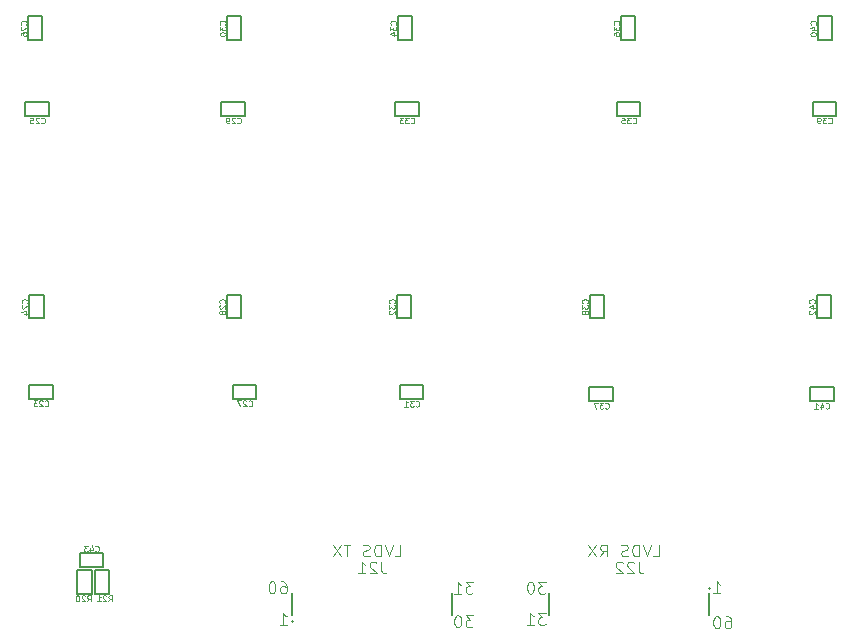
<source format=gbr>
%TF.GenerationSoftware,KiCad,Pcbnew,8.0.3*%
%TF.CreationDate,2024-12-24T16:57:12+05:30*%
%TF.ProjectId,GPIO HAT 2,4750494f-2048-4415-9420-322e6b696361,rev?*%
%TF.SameCoordinates,Original*%
%TF.FileFunction,Legend,Bot*%
%TF.FilePolarity,Positive*%
%FSLAX46Y46*%
G04 Gerber Fmt 4.6, Leading zero omitted, Abs format (unit mm)*
G04 Created by KiCad (PCBNEW 8.0.3) date 2024-12-24 16:57:12*
%MOMM*%
%LPD*%
G01*
G04 APERTURE LIST*
%ADD10C,0.100000*%
%ADD11C,0.050000*%
%ADD12C,0.200000*%
%ADD13C,0.250000*%
G04 APERTURE END LIST*
D10*
X201518153Y-135295819D02*
X200899106Y-135295819D01*
X200899106Y-135295819D02*
X201232439Y-135676771D01*
X201232439Y-135676771D02*
X201089582Y-135676771D01*
X201089582Y-135676771D02*
X200994344Y-135724390D01*
X200994344Y-135724390D02*
X200946725Y-135772009D01*
X200946725Y-135772009D02*
X200899106Y-135867247D01*
X200899106Y-135867247D02*
X200899106Y-136105342D01*
X200899106Y-136105342D02*
X200946725Y-136200580D01*
X200946725Y-136200580D02*
X200994344Y-136248200D01*
X200994344Y-136248200D02*
X201089582Y-136295819D01*
X201089582Y-136295819D02*
X201375296Y-136295819D01*
X201375296Y-136295819D02*
X201470534Y-136248200D01*
X201470534Y-136248200D02*
X201518153Y-136200580D01*
X200280058Y-135295819D02*
X200184820Y-135295819D01*
X200184820Y-135295819D02*
X200089582Y-135343438D01*
X200089582Y-135343438D02*
X200041963Y-135391057D01*
X200041963Y-135391057D02*
X199994344Y-135486295D01*
X199994344Y-135486295D02*
X199946725Y-135676771D01*
X199946725Y-135676771D02*
X199946725Y-135914866D01*
X199946725Y-135914866D02*
X199994344Y-136105342D01*
X199994344Y-136105342D02*
X200041963Y-136200580D01*
X200041963Y-136200580D02*
X200089582Y-136248200D01*
X200089582Y-136248200D02*
X200184820Y-136295819D01*
X200184820Y-136295819D02*
X200280058Y-136295819D01*
X200280058Y-136295819D02*
X200375296Y-136248200D01*
X200375296Y-136248200D02*
X200422915Y-136200580D01*
X200422915Y-136200580D02*
X200470534Y-136105342D01*
X200470534Y-136105342D02*
X200518153Y-135914866D01*
X200518153Y-135914866D02*
X200518153Y-135676771D01*
X200518153Y-135676771D02*
X200470534Y-135486295D01*
X200470534Y-135486295D02*
X200422915Y-135391057D01*
X200422915Y-135391057D02*
X200375296Y-135343438D01*
X200375296Y-135343438D02*
X200280058Y-135295819D01*
X207664953Y-135092619D02*
X207045906Y-135092619D01*
X207045906Y-135092619D02*
X207379239Y-135473571D01*
X207379239Y-135473571D02*
X207236382Y-135473571D01*
X207236382Y-135473571D02*
X207141144Y-135521190D01*
X207141144Y-135521190D02*
X207093525Y-135568809D01*
X207093525Y-135568809D02*
X207045906Y-135664047D01*
X207045906Y-135664047D02*
X207045906Y-135902142D01*
X207045906Y-135902142D02*
X207093525Y-135997380D01*
X207093525Y-135997380D02*
X207141144Y-136045000D01*
X207141144Y-136045000D02*
X207236382Y-136092619D01*
X207236382Y-136092619D02*
X207522096Y-136092619D01*
X207522096Y-136092619D02*
X207617334Y-136045000D01*
X207617334Y-136045000D02*
X207664953Y-135997380D01*
X206093525Y-136092619D02*
X206664953Y-136092619D01*
X206379239Y-136092619D02*
X206379239Y-135092619D01*
X206379239Y-135092619D02*
X206474477Y-135235476D01*
X206474477Y-135235476D02*
X206569715Y-135330714D01*
X206569715Y-135330714D02*
X206664953Y-135378333D01*
X222927125Y-135372019D02*
X223117601Y-135372019D01*
X223117601Y-135372019D02*
X223212839Y-135419638D01*
X223212839Y-135419638D02*
X223260458Y-135467257D01*
X223260458Y-135467257D02*
X223355696Y-135610114D01*
X223355696Y-135610114D02*
X223403315Y-135800590D01*
X223403315Y-135800590D02*
X223403315Y-136181542D01*
X223403315Y-136181542D02*
X223355696Y-136276780D01*
X223355696Y-136276780D02*
X223308077Y-136324400D01*
X223308077Y-136324400D02*
X223212839Y-136372019D01*
X223212839Y-136372019D02*
X223022363Y-136372019D01*
X223022363Y-136372019D02*
X222927125Y-136324400D01*
X222927125Y-136324400D02*
X222879506Y-136276780D01*
X222879506Y-136276780D02*
X222831887Y-136181542D01*
X222831887Y-136181542D02*
X222831887Y-135943447D01*
X222831887Y-135943447D02*
X222879506Y-135848209D01*
X222879506Y-135848209D02*
X222927125Y-135800590D01*
X222927125Y-135800590D02*
X223022363Y-135752971D01*
X223022363Y-135752971D02*
X223212839Y-135752971D01*
X223212839Y-135752971D02*
X223308077Y-135800590D01*
X223308077Y-135800590D02*
X223355696Y-135848209D01*
X223355696Y-135848209D02*
X223403315Y-135943447D01*
X222212839Y-135372019D02*
X222117601Y-135372019D01*
X222117601Y-135372019D02*
X222022363Y-135419638D01*
X222022363Y-135419638D02*
X221974744Y-135467257D01*
X221974744Y-135467257D02*
X221927125Y-135562495D01*
X221927125Y-135562495D02*
X221879506Y-135752971D01*
X221879506Y-135752971D02*
X221879506Y-135991066D01*
X221879506Y-135991066D02*
X221927125Y-136181542D01*
X221927125Y-136181542D02*
X221974744Y-136276780D01*
X221974744Y-136276780D02*
X222022363Y-136324400D01*
X222022363Y-136324400D02*
X222117601Y-136372019D01*
X222117601Y-136372019D02*
X222212839Y-136372019D01*
X222212839Y-136372019D02*
X222308077Y-136324400D01*
X222308077Y-136324400D02*
X222355696Y-136276780D01*
X222355696Y-136276780D02*
X222403315Y-136181542D01*
X222403315Y-136181542D02*
X222450934Y-135991066D01*
X222450934Y-135991066D02*
X222450934Y-135752971D01*
X222450934Y-135752971D02*
X222403315Y-135562495D01*
X222403315Y-135562495D02*
X222355696Y-135467257D01*
X222355696Y-135467257D02*
X222308077Y-135419638D01*
X222308077Y-135419638D02*
X222212839Y-135372019D01*
X207664953Y-132451019D02*
X207045906Y-132451019D01*
X207045906Y-132451019D02*
X207379239Y-132831971D01*
X207379239Y-132831971D02*
X207236382Y-132831971D01*
X207236382Y-132831971D02*
X207141144Y-132879590D01*
X207141144Y-132879590D02*
X207093525Y-132927209D01*
X207093525Y-132927209D02*
X207045906Y-133022447D01*
X207045906Y-133022447D02*
X207045906Y-133260542D01*
X207045906Y-133260542D02*
X207093525Y-133355780D01*
X207093525Y-133355780D02*
X207141144Y-133403400D01*
X207141144Y-133403400D02*
X207236382Y-133451019D01*
X207236382Y-133451019D02*
X207522096Y-133451019D01*
X207522096Y-133451019D02*
X207617334Y-133403400D01*
X207617334Y-133403400D02*
X207664953Y-133355780D01*
X206426858Y-132451019D02*
X206331620Y-132451019D01*
X206331620Y-132451019D02*
X206236382Y-132498638D01*
X206236382Y-132498638D02*
X206188763Y-132546257D01*
X206188763Y-132546257D02*
X206141144Y-132641495D01*
X206141144Y-132641495D02*
X206093525Y-132831971D01*
X206093525Y-132831971D02*
X206093525Y-133070066D01*
X206093525Y-133070066D02*
X206141144Y-133260542D01*
X206141144Y-133260542D02*
X206188763Y-133355780D01*
X206188763Y-133355780D02*
X206236382Y-133403400D01*
X206236382Y-133403400D02*
X206331620Y-133451019D01*
X206331620Y-133451019D02*
X206426858Y-133451019D01*
X206426858Y-133451019D02*
X206522096Y-133403400D01*
X206522096Y-133403400D02*
X206569715Y-133355780D01*
X206569715Y-133355780D02*
X206617334Y-133260542D01*
X206617334Y-133260542D02*
X206664953Y-133070066D01*
X206664953Y-133070066D02*
X206664953Y-132831971D01*
X206664953Y-132831971D02*
X206617334Y-132641495D01*
X206617334Y-132641495D02*
X206569715Y-132546257D01*
X206569715Y-132546257D02*
X206522096Y-132498638D01*
X206522096Y-132498638D02*
X206426858Y-132451019D01*
X221879506Y-133425619D02*
X222450934Y-133425619D01*
X222165220Y-133425619D02*
X222165220Y-132425619D01*
X222165220Y-132425619D02*
X222260458Y-132568476D01*
X222260458Y-132568476D02*
X222355696Y-132663714D01*
X222355696Y-132663714D02*
X222450934Y-132711333D01*
X185271744Y-132425619D02*
X185462220Y-132425619D01*
X185462220Y-132425619D02*
X185557458Y-132473238D01*
X185557458Y-132473238D02*
X185605077Y-132520857D01*
X185605077Y-132520857D02*
X185700315Y-132663714D01*
X185700315Y-132663714D02*
X185747934Y-132854190D01*
X185747934Y-132854190D02*
X185747934Y-133235142D01*
X185747934Y-133235142D02*
X185700315Y-133330380D01*
X185700315Y-133330380D02*
X185652696Y-133378000D01*
X185652696Y-133378000D02*
X185557458Y-133425619D01*
X185557458Y-133425619D02*
X185366982Y-133425619D01*
X185366982Y-133425619D02*
X185271744Y-133378000D01*
X185271744Y-133378000D02*
X185224125Y-133330380D01*
X185224125Y-133330380D02*
X185176506Y-133235142D01*
X185176506Y-133235142D02*
X185176506Y-132997047D01*
X185176506Y-132997047D02*
X185224125Y-132901809D01*
X185224125Y-132901809D02*
X185271744Y-132854190D01*
X185271744Y-132854190D02*
X185366982Y-132806571D01*
X185366982Y-132806571D02*
X185557458Y-132806571D01*
X185557458Y-132806571D02*
X185652696Y-132854190D01*
X185652696Y-132854190D02*
X185700315Y-132901809D01*
X185700315Y-132901809D02*
X185747934Y-132997047D01*
X184557458Y-132425619D02*
X184462220Y-132425619D01*
X184462220Y-132425619D02*
X184366982Y-132473238D01*
X184366982Y-132473238D02*
X184319363Y-132520857D01*
X184319363Y-132520857D02*
X184271744Y-132616095D01*
X184271744Y-132616095D02*
X184224125Y-132806571D01*
X184224125Y-132806571D02*
X184224125Y-133044666D01*
X184224125Y-133044666D02*
X184271744Y-133235142D01*
X184271744Y-133235142D02*
X184319363Y-133330380D01*
X184319363Y-133330380D02*
X184366982Y-133378000D01*
X184366982Y-133378000D02*
X184462220Y-133425619D01*
X184462220Y-133425619D02*
X184557458Y-133425619D01*
X184557458Y-133425619D02*
X184652696Y-133378000D01*
X184652696Y-133378000D02*
X184700315Y-133330380D01*
X184700315Y-133330380D02*
X184747934Y-133235142D01*
X184747934Y-133235142D02*
X184795553Y-133044666D01*
X184795553Y-133044666D02*
X184795553Y-132806571D01*
X184795553Y-132806571D02*
X184747934Y-132616095D01*
X184747934Y-132616095D02*
X184700315Y-132520857D01*
X184700315Y-132520857D02*
X184652696Y-132473238D01*
X184652696Y-132473238D02*
X184557458Y-132425619D01*
X201518153Y-132451019D02*
X200899106Y-132451019D01*
X200899106Y-132451019D02*
X201232439Y-132831971D01*
X201232439Y-132831971D02*
X201089582Y-132831971D01*
X201089582Y-132831971D02*
X200994344Y-132879590D01*
X200994344Y-132879590D02*
X200946725Y-132927209D01*
X200946725Y-132927209D02*
X200899106Y-133022447D01*
X200899106Y-133022447D02*
X200899106Y-133260542D01*
X200899106Y-133260542D02*
X200946725Y-133355780D01*
X200946725Y-133355780D02*
X200994344Y-133403400D01*
X200994344Y-133403400D02*
X201089582Y-133451019D01*
X201089582Y-133451019D02*
X201375296Y-133451019D01*
X201375296Y-133451019D02*
X201470534Y-133403400D01*
X201470534Y-133403400D02*
X201518153Y-133355780D01*
X199946725Y-133451019D02*
X200518153Y-133451019D01*
X200232439Y-133451019D02*
X200232439Y-132451019D01*
X200232439Y-132451019D02*
X200327677Y-132593876D01*
X200327677Y-132593876D02*
X200422915Y-132689114D01*
X200422915Y-132689114D02*
X200518153Y-132736733D01*
X194901525Y-130301419D02*
X195377715Y-130301419D01*
X195377715Y-130301419D02*
X195377715Y-129301419D01*
X194711048Y-129301419D02*
X194377715Y-130301419D01*
X194377715Y-130301419D02*
X194044382Y-129301419D01*
X193711048Y-130301419D02*
X193711048Y-129301419D01*
X193711048Y-129301419D02*
X193472953Y-129301419D01*
X193472953Y-129301419D02*
X193330096Y-129349038D01*
X193330096Y-129349038D02*
X193234858Y-129444276D01*
X193234858Y-129444276D02*
X193187239Y-129539514D01*
X193187239Y-129539514D02*
X193139620Y-129729990D01*
X193139620Y-129729990D02*
X193139620Y-129872847D01*
X193139620Y-129872847D02*
X193187239Y-130063323D01*
X193187239Y-130063323D02*
X193234858Y-130158561D01*
X193234858Y-130158561D02*
X193330096Y-130253800D01*
X193330096Y-130253800D02*
X193472953Y-130301419D01*
X193472953Y-130301419D02*
X193711048Y-130301419D01*
X192758667Y-130253800D02*
X192615810Y-130301419D01*
X192615810Y-130301419D02*
X192377715Y-130301419D01*
X192377715Y-130301419D02*
X192282477Y-130253800D01*
X192282477Y-130253800D02*
X192234858Y-130206180D01*
X192234858Y-130206180D02*
X192187239Y-130110942D01*
X192187239Y-130110942D02*
X192187239Y-130015704D01*
X192187239Y-130015704D02*
X192234858Y-129920466D01*
X192234858Y-129920466D02*
X192282477Y-129872847D01*
X192282477Y-129872847D02*
X192377715Y-129825228D01*
X192377715Y-129825228D02*
X192568191Y-129777609D01*
X192568191Y-129777609D02*
X192663429Y-129729990D01*
X192663429Y-129729990D02*
X192711048Y-129682371D01*
X192711048Y-129682371D02*
X192758667Y-129587133D01*
X192758667Y-129587133D02*
X192758667Y-129491895D01*
X192758667Y-129491895D02*
X192711048Y-129396657D01*
X192711048Y-129396657D02*
X192663429Y-129349038D01*
X192663429Y-129349038D02*
X192568191Y-129301419D01*
X192568191Y-129301419D02*
X192330096Y-129301419D01*
X192330096Y-129301419D02*
X192187239Y-129349038D01*
X191139619Y-129301419D02*
X190568191Y-129301419D01*
X190853905Y-130301419D02*
X190853905Y-129301419D01*
X190330095Y-129301419D02*
X189663429Y-130301419D01*
X189663429Y-129301419D02*
X190330095Y-130301419D01*
X185176506Y-136092619D02*
X185747934Y-136092619D01*
X185462220Y-136092619D02*
X185462220Y-135092619D01*
X185462220Y-135092619D02*
X185557458Y-135235476D01*
X185557458Y-135235476D02*
X185652696Y-135330714D01*
X185652696Y-135330714D02*
X185747934Y-135378333D01*
X216770925Y-130301419D02*
X217247115Y-130301419D01*
X217247115Y-130301419D02*
X217247115Y-129301419D01*
X216580448Y-129301419D02*
X216247115Y-130301419D01*
X216247115Y-130301419D02*
X215913782Y-129301419D01*
X215580448Y-130301419D02*
X215580448Y-129301419D01*
X215580448Y-129301419D02*
X215342353Y-129301419D01*
X215342353Y-129301419D02*
X215199496Y-129349038D01*
X215199496Y-129349038D02*
X215104258Y-129444276D01*
X215104258Y-129444276D02*
X215056639Y-129539514D01*
X215056639Y-129539514D02*
X215009020Y-129729990D01*
X215009020Y-129729990D02*
X215009020Y-129872847D01*
X215009020Y-129872847D02*
X215056639Y-130063323D01*
X215056639Y-130063323D02*
X215104258Y-130158561D01*
X215104258Y-130158561D02*
X215199496Y-130253800D01*
X215199496Y-130253800D02*
X215342353Y-130301419D01*
X215342353Y-130301419D02*
X215580448Y-130301419D01*
X214628067Y-130253800D02*
X214485210Y-130301419D01*
X214485210Y-130301419D02*
X214247115Y-130301419D01*
X214247115Y-130301419D02*
X214151877Y-130253800D01*
X214151877Y-130253800D02*
X214104258Y-130206180D01*
X214104258Y-130206180D02*
X214056639Y-130110942D01*
X214056639Y-130110942D02*
X214056639Y-130015704D01*
X214056639Y-130015704D02*
X214104258Y-129920466D01*
X214104258Y-129920466D02*
X214151877Y-129872847D01*
X214151877Y-129872847D02*
X214247115Y-129825228D01*
X214247115Y-129825228D02*
X214437591Y-129777609D01*
X214437591Y-129777609D02*
X214532829Y-129729990D01*
X214532829Y-129729990D02*
X214580448Y-129682371D01*
X214580448Y-129682371D02*
X214628067Y-129587133D01*
X214628067Y-129587133D02*
X214628067Y-129491895D01*
X214628067Y-129491895D02*
X214580448Y-129396657D01*
X214580448Y-129396657D02*
X214532829Y-129349038D01*
X214532829Y-129349038D02*
X214437591Y-129301419D01*
X214437591Y-129301419D02*
X214199496Y-129301419D01*
X214199496Y-129301419D02*
X214056639Y-129349038D01*
X212294734Y-130301419D02*
X212628067Y-129825228D01*
X212866162Y-130301419D02*
X212866162Y-129301419D01*
X212866162Y-129301419D02*
X212485210Y-129301419D01*
X212485210Y-129301419D02*
X212389972Y-129349038D01*
X212389972Y-129349038D02*
X212342353Y-129396657D01*
X212342353Y-129396657D02*
X212294734Y-129491895D01*
X212294734Y-129491895D02*
X212294734Y-129634752D01*
X212294734Y-129634752D02*
X212342353Y-129729990D01*
X212342353Y-129729990D02*
X212389972Y-129777609D01*
X212389972Y-129777609D02*
X212485210Y-129825228D01*
X212485210Y-129825228D02*
X212866162Y-129825228D01*
X211961400Y-129301419D02*
X211294734Y-130301419D01*
X211294734Y-129301419D02*
X211961400Y-130301419D01*
D11*
X231613828Y-93602290D02*
X231637637Y-93626100D01*
X231637637Y-93626100D02*
X231709066Y-93649909D01*
X231709066Y-93649909D02*
X231756685Y-93649909D01*
X231756685Y-93649909D02*
X231828113Y-93626100D01*
X231828113Y-93626100D02*
X231875732Y-93578480D01*
X231875732Y-93578480D02*
X231899542Y-93530861D01*
X231899542Y-93530861D02*
X231923351Y-93435623D01*
X231923351Y-93435623D02*
X231923351Y-93364195D01*
X231923351Y-93364195D02*
X231899542Y-93268957D01*
X231899542Y-93268957D02*
X231875732Y-93221338D01*
X231875732Y-93221338D02*
X231828113Y-93173719D01*
X231828113Y-93173719D02*
X231756685Y-93149909D01*
X231756685Y-93149909D02*
X231709066Y-93149909D01*
X231709066Y-93149909D02*
X231637637Y-93173719D01*
X231637637Y-93173719D02*
X231613828Y-93197528D01*
X231447161Y-93149909D02*
X231137637Y-93149909D01*
X231137637Y-93149909D02*
X231304304Y-93340385D01*
X231304304Y-93340385D02*
X231232875Y-93340385D01*
X231232875Y-93340385D02*
X231185256Y-93364195D01*
X231185256Y-93364195D02*
X231161447Y-93388004D01*
X231161447Y-93388004D02*
X231137637Y-93435623D01*
X231137637Y-93435623D02*
X231137637Y-93554671D01*
X231137637Y-93554671D02*
X231161447Y-93602290D01*
X231161447Y-93602290D02*
X231185256Y-93626100D01*
X231185256Y-93626100D02*
X231232875Y-93649909D01*
X231232875Y-93649909D02*
X231375732Y-93649909D01*
X231375732Y-93649909D02*
X231423351Y-93626100D01*
X231423351Y-93626100D02*
X231447161Y-93602290D01*
X230899542Y-93649909D02*
X230804304Y-93649909D01*
X230804304Y-93649909D02*
X230756685Y-93626100D01*
X230756685Y-93626100D02*
X230732876Y-93602290D01*
X230732876Y-93602290D02*
X230685257Y-93530861D01*
X230685257Y-93530861D02*
X230661447Y-93435623D01*
X230661447Y-93435623D02*
X230661447Y-93245147D01*
X230661447Y-93245147D02*
X230685257Y-93197528D01*
X230685257Y-93197528D02*
X230709066Y-93173719D01*
X230709066Y-93173719D02*
X230756685Y-93149909D01*
X230756685Y-93149909D02*
X230851923Y-93149909D01*
X230851923Y-93149909D02*
X230899542Y-93173719D01*
X230899542Y-93173719D02*
X230923352Y-93197528D01*
X230923352Y-93197528D02*
X230947161Y-93245147D01*
X230947161Y-93245147D02*
X230947161Y-93364195D01*
X230947161Y-93364195D02*
X230923352Y-93411814D01*
X230923352Y-93411814D02*
X230899542Y-93435623D01*
X230899542Y-93435623D02*
X230851923Y-93459433D01*
X230851923Y-93459433D02*
X230756685Y-93459433D01*
X230756685Y-93459433D02*
X230709066Y-93435623D01*
X230709066Y-93435623D02*
X230685257Y-93411814D01*
X230685257Y-93411814D02*
X230661447Y-93364195D01*
X196663428Y-117579890D02*
X196687237Y-117603700D01*
X196687237Y-117603700D02*
X196758666Y-117627509D01*
X196758666Y-117627509D02*
X196806285Y-117627509D01*
X196806285Y-117627509D02*
X196877713Y-117603700D01*
X196877713Y-117603700D02*
X196925332Y-117556080D01*
X196925332Y-117556080D02*
X196949142Y-117508461D01*
X196949142Y-117508461D02*
X196972951Y-117413223D01*
X196972951Y-117413223D02*
X196972951Y-117341795D01*
X196972951Y-117341795D02*
X196949142Y-117246557D01*
X196949142Y-117246557D02*
X196925332Y-117198938D01*
X196925332Y-117198938D02*
X196877713Y-117151319D01*
X196877713Y-117151319D02*
X196806285Y-117127509D01*
X196806285Y-117127509D02*
X196758666Y-117127509D01*
X196758666Y-117127509D02*
X196687237Y-117151319D01*
X196687237Y-117151319D02*
X196663428Y-117175128D01*
X196496761Y-117127509D02*
X196187237Y-117127509D01*
X196187237Y-117127509D02*
X196353904Y-117317985D01*
X196353904Y-117317985D02*
X196282475Y-117317985D01*
X196282475Y-117317985D02*
X196234856Y-117341795D01*
X196234856Y-117341795D02*
X196211047Y-117365604D01*
X196211047Y-117365604D02*
X196187237Y-117413223D01*
X196187237Y-117413223D02*
X196187237Y-117532271D01*
X196187237Y-117532271D02*
X196211047Y-117579890D01*
X196211047Y-117579890D02*
X196234856Y-117603700D01*
X196234856Y-117603700D02*
X196282475Y-117627509D01*
X196282475Y-117627509D02*
X196425332Y-117627509D01*
X196425332Y-117627509D02*
X196472951Y-117603700D01*
X196472951Y-117603700D02*
X196496761Y-117579890D01*
X195711047Y-117627509D02*
X195996761Y-117627509D01*
X195853904Y-117627509D02*
X195853904Y-117127509D01*
X195853904Y-117127509D02*
X195901523Y-117198938D01*
X195901523Y-117198938D02*
X195949142Y-117246557D01*
X195949142Y-117246557D02*
X195996761Y-117270366D01*
X194872090Y-108847771D02*
X194895900Y-108823962D01*
X194895900Y-108823962D02*
X194919709Y-108752533D01*
X194919709Y-108752533D02*
X194919709Y-108704914D01*
X194919709Y-108704914D02*
X194895900Y-108633486D01*
X194895900Y-108633486D02*
X194848280Y-108585867D01*
X194848280Y-108585867D02*
X194800661Y-108562057D01*
X194800661Y-108562057D02*
X194705423Y-108538248D01*
X194705423Y-108538248D02*
X194633995Y-108538248D01*
X194633995Y-108538248D02*
X194538757Y-108562057D01*
X194538757Y-108562057D02*
X194491138Y-108585867D01*
X194491138Y-108585867D02*
X194443519Y-108633486D01*
X194443519Y-108633486D02*
X194419709Y-108704914D01*
X194419709Y-108704914D02*
X194419709Y-108752533D01*
X194419709Y-108752533D02*
X194443519Y-108823962D01*
X194443519Y-108823962D02*
X194467328Y-108847771D01*
X194419709Y-109014438D02*
X194419709Y-109323962D01*
X194419709Y-109323962D02*
X194610185Y-109157295D01*
X194610185Y-109157295D02*
X194610185Y-109228724D01*
X194610185Y-109228724D02*
X194633995Y-109276343D01*
X194633995Y-109276343D02*
X194657804Y-109300152D01*
X194657804Y-109300152D02*
X194705423Y-109323962D01*
X194705423Y-109323962D02*
X194824471Y-109323962D01*
X194824471Y-109323962D02*
X194872090Y-109300152D01*
X194872090Y-109300152D02*
X194895900Y-109276343D01*
X194895900Y-109276343D02*
X194919709Y-109228724D01*
X194919709Y-109228724D02*
X194919709Y-109085867D01*
X194919709Y-109085867D02*
X194895900Y-109038248D01*
X194895900Y-109038248D02*
X194872090Y-109014438D01*
X194467328Y-109514438D02*
X194443519Y-109538247D01*
X194443519Y-109538247D02*
X194419709Y-109585866D01*
X194419709Y-109585866D02*
X194419709Y-109704914D01*
X194419709Y-109704914D02*
X194443519Y-109752533D01*
X194443519Y-109752533D02*
X194467328Y-109776342D01*
X194467328Y-109776342D02*
X194514947Y-109800152D01*
X194514947Y-109800152D02*
X194562566Y-109800152D01*
X194562566Y-109800152D02*
X194633995Y-109776342D01*
X194633995Y-109776342D02*
X194919709Y-109490628D01*
X194919709Y-109490628D02*
X194919709Y-109800152D01*
X196257028Y-93602290D02*
X196280837Y-93626100D01*
X196280837Y-93626100D02*
X196352266Y-93649909D01*
X196352266Y-93649909D02*
X196399885Y-93649909D01*
X196399885Y-93649909D02*
X196471313Y-93626100D01*
X196471313Y-93626100D02*
X196518932Y-93578480D01*
X196518932Y-93578480D02*
X196542742Y-93530861D01*
X196542742Y-93530861D02*
X196566551Y-93435623D01*
X196566551Y-93435623D02*
X196566551Y-93364195D01*
X196566551Y-93364195D02*
X196542742Y-93268957D01*
X196542742Y-93268957D02*
X196518932Y-93221338D01*
X196518932Y-93221338D02*
X196471313Y-93173719D01*
X196471313Y-93173719D02*
X196399885Y-93149909D01*
X196399885Y-93149909D02*
X196352266Y-93149909D01*
X196352266Y-93149909D02*
X196280837Y-93173719D01*
X196280837Y-93173719D02*
X196257028Y-93197528D01*
X196090361Y-93149909D02*
X195780837Y-93149909D01*
X195780837Y-93149909D02*
X195947504Y-93340385D01*
X195947504Y-93340385D02*
X195876075Y-93340385D01*
X195876075Y-93340385D02*
X195828456Y-93364195D01*
X195828456Y-93364195D02*
X195804647Y-93388004D01*
X195804647Y-93388004D02*
X195780837Y-93435623D01*
X195780837Y-93435623D02*
X195780837Y-93554671D01*
X195780837Y-93554671D02*
X195804647Y-93602290D01*
X195804647Y-93602290D02*
X195828456Y-93626100D01*
X195828456Y-93626100D02*
X195876075Y-93649909D01*
X195876075Y-93649909D02*
X196018932Y-93649909D01*
X196018932Y-93649909D02*
X196066551Y-93626100D01*
X196066551Y-93626100D02*
X196090361Y-93602290D01*
X195614171Y-93149909D02*
X195304647Y-93149909D01*
X195304647Y-93149909D02*
X195471314Y-93340385D01*
X195471314Y-93340385D02*
X195399885Y-93340385D01*
X195399885Y-93340385D02*
X195352266Y-93364195D01*
X195352266Y-93364195D02*
X195328457Y-93388004D01*
X195328457Y-93388004D02*
X195304647Y-93435623D01*
X195304647Y-93435623D02*
X195304647Y-93554671D01*
X195304647Y-93554671D02*
X195328457Y-93602290D01*
X195328457Y-93602290D02*
X195352266Y-93626100D01*
X195352266Y-93626100D02*
X195399885Y-93649909D01*
X195399885Y-93649909D02*
X195542742Y-93649909D01*
X195542742Y-93649909D02*
X195590361Y-93626100D01*
X195590361Y-93626100D02*
X195614171Y-93602290D01*
X230432090Y-108847771D02*
X230455900Y-108823962D01*
X230455900Y-108823962D02*
X230479709Y-108752533D01*
X230479709Y-108752533D02*
X230479709Y-108704914D01*
X230479709Y-108704914D02*
X230455900Y-108633486D01*
X230455900Y-108633486D02*
X230408280Y-108585867D01*
X230408280Y-108585867D02*
X230360661Y-108562057D01*
X230360661Y-108562057D02*
X230265423Y-108538248D01*
X230265423Y-108538248D02*
X230193995Y-108538248D01*
X230193995Y-108538248D02*
X230098757Y-108562057D01*
X230098757Y-108562057D02*
X230051138Y-108585867D01*
X230051138Y-108585867D02*
X230003519Y-108633486D01*
X230003519Y-108633486D02*
X229979709Y-108704914D01*
X229979709Y-108704914D02*
X229979709Y-108752533D01*
X229979709Y-108752533D02*
X230003519Y-108823962D01*
X230003519Y-108823962D02*
X230027328Y-108847771D01*
X230146376Y-109276343D02*
X230479709Y-109276343D01*
X229955900Y-109157295D02*
X230313042Y-109038248D01*
X230313042Y-109038248D02*
X230313042Y-109347771D01*
X230027328Y-109514438D02*
X230003519Y-109538247D01*
X230003519Y-109538247D02*
X229979709Y-109585866D01*
X229979709Y-109585866D02*
X229979709Y-109704914D01*
X229979709Y-109704914D02*
X230003519Y-109752533D01*
X230003519Y-109752533D02*
X230027328Y-109776342D01*
X230027328Y-109776342D02*
X230074947Y-109800152D01*
X230074947Y-109800152D02*
X230122566Y-109800152D01*
X230122566Y-109800152D02*
X230193995Y-109776342D01*
X230193995Y-109776342D02*
X230479709Y-109490628D01*
X230479709Y-109490628D02*
X230479709Y-109800152D01*
X182515628Y-117554490D02*
X182539437Y-117578300D01*
X182539437Y-117578300D02*
X182610866Y-117602109D01*
X182610866Y-117602109D02*
X182658485Y-117602109D01*
X182658485Y-117602109D02*
X182729913Y-117578300D01*
X182729913Y-117578300D02*
X182777532Y-117530680D01*
X182777532Y-117530680D02*
X182801342Y-117483061D01*
X182801342Y-117483061D02*
X182825151Y-117387823D01*
X182825151Y-117387823D02*
X182825151Y-117316395D01*
X182825151Y-117316395D02*
X182801342Y-117221157D01*
X182801342Y-117221157D02*
X182777532Y-117173538D01*
X182777532Y-117173538D02*
X182729913Y-117125919D01*
X182729913Y-117125919D02*
X182658485Y-117102109D01*
X182658485Y-117102109D02*
X182610866Y-117102109D01*
X182610866Y-117102109D02*
X182539437Y-117125919D01*
X182539437Y-117125919D02*
X182515628Y-117149728D01*
X182325151Y-117149728D02*
X182301342Y-117125919D01*
X182301342Y-117125919D02*
X182253723Y-117102109D01*
X182253723Y-117102109D02*
X182134675Y-117102109D01*
X182134675Y-117102109D02*
X182087056Y-117125919D01*
X182087056Y-117125919D02*
X182063247Y-117149728D01*
X182063247Y-117149728D02*
X182039437Y-117197347D01*
X182039437Y-117197347D02*
X182039437Y-117244966D01*
X182039437Y-117244966D02*
X182063247Y-117316395D01*
X182063247Y-117316395D02*
X182348961Y-117602109D01*
X182348961Y-117602109D02*
X182039437Y-117602109D01*
X181872771Y-117102109D02*
X181539438Y-117102109D01*
X181539438Y-117102109D02*
X181753723Y-117602109D01*
X211204290Y-108847771D02*
X211228100Y-108823962D01*
X211228100Y-108823962D02*
X211251909Y-108752533D01*
X211251909Y-108752533D02*
X211251909Y-108704914D01*
X211251909Y-108704914D02*
X211228100Y-108633486D01*
X211228100Y-108633486D02*
X211180480Y-108585867D01*
X211180480Y-108585867D02*
X211132861Y-108562057D01*
X211132861Y-108562057D02*
X211037623Y-108538248D01*
X211037623Y-108538248D02*
X210966195Y-108538248D01*
X210966195Y-108538248D02*
X210870957Y-108562057D01*
X210870957Y-108562057D02*
X210823338Y-108585867D01*
X210823338Y-108585867D02*
X210775719Y-108633486D01*
X210775719Y-108633486D02*
X210751909Y-108704914D01*
X210751909Y-108704914D02*
X210751909Y-108752533D01*
X210751909Y-108752533D02*
X210775719Y-108823962D01*
X210775719Y-108823962D02*
X210799528Y-108847771D01*
X210751909Y-109014438D02*
X210751909Y-109323962D01*
X210751909Y-109323962D02*
X210942385Y-109157295D01*
X210942385Y-109157295D02*
X210942385Y-109228724D01*
X210942385Y-109228724D02*
X210966195Y-109276343D01*
X210966195Y-109276343D02*
X210990004Y-109300152D01*
X210990004Y-109300152D02*
X211037623Y-109323962D01*
X211037623Y-109323962D02*
X211156671Y-109323962D01*
X211156671Y-109323962D02*
X211204290Y-109300152D01*
X211204290Y-109300152D02*
X211228100Y-109276343D01*
X211228100Y-109276343D02*
X211251909Y-109228724D01*
X211251909Y-109228724D02*
X211251909Y-109085867D01*
X211251909Y-109085867D02*
X211228100Y-109038248D01*
X211228100Y-109038248D02*
X211204290Y-109014438D01*
X210966195Y-109609676D02*
X210942385Y-109562057D01*
X210942385Y-109562057D02*
X210918576Y-109538247D01*
X210918576Y-109538247D02*
X210870957Y-109514438D01*
X210870957Y-109514438D02*
X210847147Y-109514438D01*
X210847147Y-109514438D02*
X210799528Y-109538247D01*
X210799528Y-109538247D02*
X210775719Y-109562057D01*
X210775719Y-109562057D02*
X210751909Y-109609676D01*
X210751909Y-109609676D02*
X210751909Y-109704914D01*
X210751909Y-109704914D02*
X210775719Y-109752533D01*
X210775719Y-109752533D02*
X210799528Y-109776342D01*
X210799528Y-109776342D02*
X210847147Y-109800152D01*
X210847147Y-109800152D02*
X210870957Y-109800152D01*
X210870957Y-109800152D02*
X210918576Y-109776342D01*
X210918576Y-109776342D02*
X210942385Y-109752533D01*
X210942385Y-109752533D02*
X210966195Y-109704914D01*
X210966195Y-109704914D02*
X210966195Y-109609676D01*
X210966195Y-109609676D02*
X210990004Y-109562057D01*
X210990004Y-109562057D02*
X211013814Y-109538247D01*
X211013814Y-109538247D02*
X211061433Y-109514438D01*
X211061433Y-109514438D02*
X211156671Y-109514438D01*
X211156671Y-109514438D02*
X211204290Y-109538247D01*
X211204290Y-109538247D02*
X211228100Y-109562057D01*
X211228100Y-109562057D02*
X211251909Y-109609676D01*
X211251909Y-109609676D02*
X211251909Y-109704914D01*
X211251909Y-109704914D02*
X211228100Y-109752533D01*
X211228100Y-109752533D02*
X211204290Y-109776342D01*
X211204290Y-109776342D02*
X211156671Y-109800152D01*
X211156671Y-109800152D02*
X211061433Y-109800152D01*
X211061433Y-109800152D02*
X211013814Y-109776342D01*
X211013814Y-109776342D02*
X210990004Y-109752533D01*
X210990004Y-109752533D02*
X210966195Y-109704914D01*
X168850428Y-134112109D02*
X169017094Y-133874014D01*
X169136142Y-134112109D02*
X169136142Y-133612109D01*
X169136142Y-133612109D02*
X168945666Y-133612109D01*
X168945666Y-133612109D02*
X168898047Y-133635919D01*
X168898047Y-133635919D02*
X168874237Y-133659728D01*
X168874237Y-133659728D02*
X168850428Y-133707347D01*
X168850428Y-133707347D02*
X168850428Y-133778776D01*
X168850428Y-133778776D02*
X168874237Y-133826395D01*
X168874237Y-133826395D02*
X168898047Y-133850204D01*
X168898047Y-133850204D02*
X168945666Y-133874014D01*
X168945666Y-133874014D02*
X169136142Y-133874014D01*
X168659951Y-133659728D02*
X168636142Y-133635919D01*
X168636142Y-133635919D02*
X168588523Y-133612109D01*
X168588523Y-133612109D02*
X168469475Y-133612109D01*
X168469475Y-133612109D02*
X168421856Y-133635919D01*
X168421856Y-133635919D02*
X168398047Y-133659728D01*
X168398047Y-133659728D02*
X168374237Y-133707347D01*
X168374237Y-133707347D02*
X168374237Y-133754966D01*
X168374237Y-133754966D02*
X168398047Y-133826395D01*
X168398047Y-133826395D02*
X168683761Y-134112109D01*
X168683761Y-134112109D02*
X168374237Y-134112109D01*
X168064714Y-133612109D02*
X168017095Y-133612109D01*
X168017095Y-133612109D02*
X167969476Y-133635919D01*
X167969476Y-133635919D02*
X167945666Y-133659728D01*
X167945666Y-133659728D02*
X167921857Y-133707347D01*
X167921857Y-133707347D02*
X167898047Y-133802585D01*
X167898047Y-133802585D02*
X167898047Y-133921633D01*
X167898047Y-133921633D02*
X167921857Y-134016871D01*
X167921857Y-134016871D02*
X167945666Y-134064490D01*
X167945666Y-134064490D02*
X167969476Y-134088300D01*
X167969476Y-134088300D02*
X168017095Y-134112109D01*
X168017095Y-134112109D02*
X168064714Y-134112109D01*
X168064714Y-134112109D02*
X168112333Y-134088300D01*
X168112333Y-134088300D02*
X168136142Y-134064490D01*
X168136142Y-134064490D02*
X168159952Y-134016871D01*
X168159952Y-134016871D02*
X168183761Y-133921633D01*
X168183761Y-133921633D02*
X168183761Y-133802585D01*
X168183761Y-133802585D02*
X168159952Y-133707347D01*
X168159952Y-133707347D02*
X168136142Y-133659728D01*
X168136142Y-133659728D02*
X168112333Y-133635919D01*
X168112333Y-133635919D02*
X168064714Y-133612109D01*
X163757090Y-108847771D02*
X163780900Y-108823962D01*
X163780900Y-108823962D02*
X163804709Y-108752533D01*
X163804709Y-108752533D02*
X163804709Y-108704914D01*
X163804709Y-108704914D02*
X163780900Y-108633486D01*
X163780900Y-108633486D02*
X163733280Y-108585867D01*
X163733280Y-108585867D02*
X163685661Y-108562057D01*
X163685661Y-108562057D02*
X163590423Y-108538248D01*
X163590423Y-108538248D02*
X163518995Y-108538248D01*
X163518995Y-108538248D02*
X163423757Y-108562057D01*
X163423757Y-108562057D02*
X163376138Y-108585867D01*
X163376138Y-108585867D02*
X163328519Y-108633486D01*
X163328519Y-108633486D02*
X163304709Y-108704914D01*
X163304709Y-108704914D02*
X163304709Y-108752533D01*
X163304709Y-108752533D02*
X163328519Y-108823962D01*
X163328519Y-108823962D02*
X163352328Y-108847771D01*
X163352328Y-109038248D02*
X163328519Y-109062057D01*
X163328519Y-109062057D02*
X163304709Y-109109676D01*
X163304709Y-109109676D02*
X163304709Y-109228724D01*
X163304709Y-109228724D02*
X163328519Y-109276343D01*
X163328519Y-109276343D02*
X163352328Y-109300152D01*
X163352328Y-109300152D02*
X163399947Y-109323962D01*
X163399947Y-109323962D02*
X163447566Y-109323962D01*
X163447566Y-109323962D02*
X163518995Y-109300152D01*
X163518995Y-109300152D02*
X163804709Y-109014438D01*
X163804709Y-109014438D02*
X163804709Y-109323962D01*
X163471376Y-109752533D02*
X163804709Y-109752533D01*
X163280900Y-109633485D02*
X163638042Y-109514438D01*
X163638042Y-109514438D02*
X163638042Y-109823961D01*
D10*
X215566523Y-130750019D02*
X215566523Y-131464304D01*
X215566523Y-131464304D02*
X215614142Y-131607161D01*
X215614142Y-131607161D02*
X215709380Y-131702400D01*
X215709380Y-131702400D02*
X215852237Y-131750019D01*
X215852237Y-131750019D02*
X215947475Y-131750019D01*
X215137951Y-130845257D02*
X215090332Y-130797638D01*
X215090332Y-130797638D02*
X214995094Y-130750019D01*
X214995094Y-130750019D02*
X214756999Y-130750019D01*
X214756999Y-130750019D02*
X214661761Y-130797638D01*
X214661761Y-130797638D02*
X214614142Y-130845257D01*
X214614142Y-130845257D02*
X214566523Y-130940495D01*
X214566523Y-130940495D02*
X214566523Y-131035733D01*
X214566523Y-131035733D02*
X214614142Y-131178590D01*
X214614142Y-131178590D02*
X215185570Y-131750019D01*
X215185570Y-131750019D02*
X214566523Y-131750019D01*
X214185570Y-130845257D02*
X214137951Y-130797638D01*
X214137951Y-130797638D02*
X214042713Y-130750019D01*
X214042713Y-130750019D02*
X213804618Y-130750019D01*
X213804618Y-130750019D02*
X213709380Y-130797638D01*
X213709380Y-130797638D02*
X213661761Y-130845257D01*
X213661761Y-130845257D02*
X213614142Y-130940495D01*
X213614142Y-130940495D02*
X213614142Y-131035733D01*
X213614142Y-131035733D02*
X213661761Y-131178590D01*
X213661761Y-131178590D02*
X214233189Y-131750019D01*
X214233189Y-131750019D02*
X213614142Y-131750019D01*
D11*
X164964228Y-93602290D02*
X164988037Y-93626100D01*
X164988037Y-93626100D02*
X165059466Y-93649909D01*
X165059466Y-93649909D02*
X165107085Y-93649909D01*
X165107085Y-93649909D02*
X165178513Y-93626100D01*
X165178513Y-93626100D02*
X165226132Y-93578480D01*
X165226132Y-93578480D02*
X165249942Y-93530861D01*
X165249942Y-93530861D02*
X165273751Y-93435623D01*
X165273751Y-93435623D02*
X165273751Y-93364195D01*
X165273751Y-93364195D02*
X165249942Y-93268957D01*
X165249942Y-93268957D02*
X165226132Y-93221338D01*
X165226132Y-93221338D02*
X165178513Y-93173719D01*
X165178513Y-93173719D02*
X165107085Y-93149909D01*
X165107085Y-93149909D02*
X165059466Y-93149909D01*
X165059466Y-93149909D02*
X164988037Y-93173719D01*
X164988037Y-93173719D02*
X164964228Y-93197528D01*
X164773751Y-93197528D02*
X164749942Y-93173719D01*
X164749942Y-93173719D02*
X164702323Y-93149909D01*
X164702323Y-93149909D02*
X164583275Y-93149909D01*
X164583275Y-93149909D02*
X164535656Y-93173719D01*
X164535656Y-93173719D02*
X164511847Y-93197528D01*
X164511847Y-93197528D02*
X164488037Y-93245147D01*
X164488037Y-93245147D02*
X164488037Y-93292766D01*
X164488037Y-93292766D02*
X164511847Y-93364195D01*
X164511847Y-93364195D02*
X164797561Y-93649909D01*
X164797561Y-93649909D02*
X164488037Y-93649909D01*
X164035657Y-93149909D02*
X164273752Y-93149909D01*
X164273752Y-93149909D02*
X164297561Y-93388004D01*
X164297561Y-93388004D02*
X164273752Y-93364195D01*
X164273752Y-93364195D02*
X164226133Y-93340385D01*
X164226133Y-93340385D02*
X164107085Y-93340385D01*
X164107085Y-93340385D02*
X164059466Y-93364195D01*
X164059466Y-93364195D02*
X164035657Y-93388004D01*
X164035657Y-93388004D02*
X164011847Y-93435623D01*
X164011847Y-93435623D02*
X164011847Y-93554671D01*
X164011847Y-93554671D02*
X164035657Y-93602290D01*
X164035657Y-93602290D02*
X164059466Y-93626100D01*
X164059466Y-93626100D02*
X164107085Y-93649909D01*
X164107085Y-93649909D02*
X164226133Y-93649909D01*
X164226133Y-93649909D02*
X164273752Y-93626100D01*
X164273752Y-93626100D02*
X164297561Y-93602290D01*
D10*
X193773323Y-130750019D02*
X193773323Y-131464304D01*
X193773323Y-131464304D02*
X193820942Y-131607161D01*
X193820942Y-131607161D02*
X193916180Y-131702400D01*
X193916180Y-131702400D02*
X194059037Y-131750019D01*
X194059037Y-131750019D02*
X194154275Y-131750019D01*
X193344751Y-130845257D02*
X193297132Y-130797638D01*
X193297132Y-130797638D02*
X193201894Y-130750019D01*
X193201894Y-130750019D02*
X192963799Y-130750019D01*
X192963799Y-130750019D02*
X192868561Y-130797638D01*
X192868561Y-130797638D02*
X192820942Y-130845257D01*
X192820942Y-130845257D02*
X192773323Y-130940495D01*
X192773323Y-130940495D02*
X192773323Y-131035733D01*
X192773323Y-131035733D02*
X192820942Y-131178590D01*
X192820942Y-131178590D02*
X193392370Y-131750019D01*
X193392370Y-131750019D02*
X192773323Y-131750019D01*
X191820942Y-131750019D02*
X192392370Y-131750019D01*
X192106656Y-131750019D02*
X192106656Y-130750019D01*
X192106656Y-130750019D02*
X192201894Y-130892876D01*
X192201894Y-130892876D02*
X192297132Y-130988114D01*
X192297132Y-130988114D02*
X192392370Y-131035733D01*
D11*
X212716228Y-117757690D02*
X212740037Y-117781500D01*
X212740037Y-117781500D02*
X212811466Y-117805309D01*
X212811466Y-117805309D02*
X212859085Y-117805309D01*
X212859085Y-117805309D02*
X212930513Y-117781500D01*
X212930513Y-117781500D02*
X212978132Y-117733880D01*
X212978132Y-117733880D02*
X213001942Y-117686261D01*
X213001942Y-117686261D02*
X213025751Y-117591023D01*
X213025751Y-117591023D02*
X213025751Y-117519595D01*
X213025751Y-117519595D02*
X213001942Y-117424357D01*
X213001942Y-117424357D02*
X212978132Y-117376738D01*
X212978132Y-117376738D02*
X212930513Y-117329119D01*
X212930513Y-117329119D02*
X212859085Y-117305309D01*
X212859085Y-117305309D02*
X212811466Y-117305309D01*
X212811466Y-117305309D02*
X212740037Y-117329119D01*
X212740037Y-117329119D02*
X212716228Y-117352928D01*
X212549561Y-117305309D02*
X212240037Y-117305309D01*
X212240037Y-117305309D02*
X212406704Y-117495785D01*
X212406704Y-117495785D02*
X212335275Y-117495785D01*
X212335275Y-117495785D02*
X212287656Y-117519595D01*
X212287656Y-117519595D02*
X212263847Y-117543404D01*
X212263847Y-117543404D02*
X212240037Y-117591023D01*
X212240037Y-117591023D02*
X212240037Y-117710071D01*
X212240037Y-117710071D02*
X212263847Y-117757690D01*
X212263847Y-117757690D02*
X212287656Y-117781500D01*
X212287656Y-117781500D02*
X212335275Y-117805309D01*
X212335275Y-117805309D02*
X212478132Y-117805309D01*
X212478132Y-117805309D02*
X212525751Y-117781500D01*
X212525751Y-117781500D02*
X212549561Y-117757690D01*
X212073371Y-117305309D02*
X211740038Y-117305309D01*
X211740038Y-117305309D02*
X211954323Y-117805309D01*
X169536228Y-129855575D02*
X169560037Y-129879385D01*
X169560037Y-129879385D02*
X169631466Y-129903194D01*
X169631466Y-129903194D02*
X169679085Y-129903194D01*
X169679085Y-129903194D02*
X169750513Y-129879385D01*
X169750513Y-129879385D02*
X169798132Y-129831765D01*
X169798132Y-129831765D02*
X169821942Y-129784146D01*
X169821942Y-129784146D02*
X169845751Y-129688908D01*
X169845751Y-129688908D02*
X169845751Y-129617480D01*
X169845751Y-129617480D02*
X169821942Y-129522242D01*
X169821942Y-129522242D02*
X169798132Y-129474623D01*
X169798132Y-129474623D02*
X169750513Y-129427004D01*
X169750513Y-129427004D02*
X169679085Y-129403194D01*
X169679085Y-129403194D02*
X169631466Y-129403194D01*
X169631466Y-129403194D02*
X169560037Y-129427004D01*
X169560037Y-129427004D02*
X169536228Y-129450813D01*
X169107656Y-129569861D02*
X169107656Y-129903194D01*
X169226704Y-129379385D02*
X169345751Y-129736527D01*
X169345751Y-129736527D02*
X169036228Y-129736527D01*
X168893371Y-129403194D02*
X168583847Y-129403194D01*
X168583847Y-129403194D02*
X168750514Y-129593670D01*
X168750514Y-129593670D02*
X168679085Y-129593670D01*
X168679085Y-129593670D02*
X168631466Y-129617480D01*
X168631466Y-129617480D02*
X168607657Y-129641289D01*
X168607657Y-129641289D02*
X168583847Y-129688908D01*
X168583847Y-129688908D02*
X168583847Y-129807956D01*
X168583847Y-129807956D02*
X168607657Y-129855575D01*
X168607657Y-129855575D02*
X168631466Y-129879385D01*
X168631466Y-129879385D02*
X168679085Y-129903194D01*
X168679085Y-129903194D02*
X168821942Y-129903194D01*
X168821942Y-129903194D02*
X168869561Y-129879385D01*
X168869561Y-129879385D02*
X168893371Y-129855575D01*
X180495690Y-108847771D02*
X180519500Y-108823962D01*
X180519500Y-108823962D02*
X180543309Y-108752533D01*
X180543309Y-108752533D02*
X180543309Y-108704914D01*
X180543309Y-108704914D02*
X180519500Y-108633486D01*
X180519500Y-108633486D02*
X180471880Y-108585867D01*
X180471880Y-108585867D02*
X180424261Y-108562057D01*
X180424261Y-108562057D02*
X180329023Y-108538248D01*
X180329023Y-108538248D02*
X180257595Y-108538248D01*
X180257595Y-108538248D02*
X180162357Y-108562057D01*
X180162357Y-108562057D02*
X180114738Y-108585867D01*
X180114738Y-108585867D02*
X180067119Y-108633486D01*
X180067119Y-108633486D02*
X180043309Y-108704914D01*
X180043309Y-108704914D02*
X180043309Y-108752533D01*
X180043309Y-108752533D02*
X180067119Y-108823962D01*
X180067119Y-108823962D02*
X180090928Y-108847771D01*
X180090928Y-109038248D02*
X180067119Y-109062057D01*
X180067119Y-109062057D02*
X180043309Y-109109676D01*
X180043309Y-109109676D02*
X180043309Y-109228724D01*
X180043309Y-109228724D02*
X180067119Y-109276343D01*
X180067119Y-109276343D02*
X180090928Y-109300152D01*
X180090928Y-109300152D02*
X180138547Y-109323962D01*
X180138547Y-109323962D02*
X180186166Y-109323962D01*
X180186166Y-109323962D02*
X180257595Y-109300152D01*
X180257595Y-109300152D02*
X180543309Y-109014438D01*
X180543309Y-109014438D02*
X180543309Y-109323962D01*
X180257595Y-109609676D02*
X180233785Y-109562057D01*
X180233785Y-109562057D02*
X180209976Y-109538247D01*
X180209976Y-109538247D02*
X180162357Y-109514438D01*
X180162357Y-109514438D02*
X180138547Y-109514438D01*
X180138547Y-109514438D02*
X180090928Y-109538247D01*
X180090928Y-109538247D02*
X180067119Y-109562057D01*
X180067119Y-109562057D02*
X180043309Y-109609676D01*
X180043309Y-109609676D02*
X180043309Y-109704914D01*
X180043309Y-109704914D02*
X180067119Y-109752533D01*
X180067119Y-109752533D02*
X180090928Y-109776342D01*
X180090928Y-109776342D02*
X180138547Y-109800152D01*
X180138547Y-109800152D02*
X180162357Y-109800152D01*
X180162357Y-109800152D02*
X180209976Y-109776342D01*
X180209976Y-109776342D02*
X180233785Y-109752533D01*
X180233785Y-109752533D02*
X180257595Y-109704914D01*
X180257595Y-109704914D02*
X180257595Y-109609676D01*
X180257595Y-109609676D02*
X180281404Y-109562057D01*
X180281404Y-109562057D02*
X180305214Y-109538247D01*
X180305214Y-109538247D02*
X180352833Y-109514438D01*
X180352833Y-109514438D02*
X180448071Y-109514438D01*
X180448071Y-109514438D02*
X180495690Y-109538247D01*
X180495690Y-109538247D02*
X180519500Y-109562057D01*
X180519500Y-109562057D02*
X180543309Y-109609676D01*
X180543309Y-109609676D02*
X180543309Y-109704914D01*
X180543309Y-109704914D02*
X180519500Y-109752533D01*
X180519500Y-109752533D02*
X180495690Y-109776342D01*
X180495690Y-109776342D02*
X180448071Y-109800152D01*
X180448071Y-109800152D02*
X180352833Y-109800152D01*
X180352833Y-109800152D02*
X180305214Y-109776342D01*
X180305214Y-109776342D02*
X180281404Y-109752533D01*
X180281404Y-109752533D02*
X180257595Y-109704914D01*
X181550428Y-93602290D02*
X181574237Y-93626100D01*
X181574237Y-93626100D02*
X181645666Y-93649909D01*
X181645666Y-93649909D02*
X181693285Y-93649909D01*
X181693285Y-93649909D02*
X181764713Y-93626100D01*
X181764713Y-93626100D02*
X181812332Y-93578480D01*
X181812332Y-93578480D02*
X181836142Y-93530861D01*
X181836142Y-93530861D02*
X181859951Y-93435623D01*
X181859951Y-93435623D02*
X181859951Y-93364195D01*
X181859951Y-93364195D02*
X181836142Y-93268957D01*
X181836142Y-93268957D02*
X181812332Y-93221338D01*
X181812332Y-93221338D02*
X181764713Y-93173719D01*
X181764713Y-93173719D02*
X181693285Y-93149909D01*
X181693285Y-93149909D02*
X181645666Y-93149909D01*
X181645666Y-93149909D02*
X181574237Y-93173719D01*
X181574237Y-93173719D02*
X181550428Y-93197528D01*
X181359951Y-93197528D02*
X181336142Y-93173719D01*
X181336142Y-93173719D02*
X181288523Y-93149909D01*
X181288523Y-93149909D02*
X181169475Y-93149909D01*
X181169475Y-93149909D02*
X181121856Y-93173719D01*
X181121856Y-93173719D02*
X181098047Y-93197528D01*
X181098047Y-93197528D02*
X181074237Y-93245147D01*
X181074237Y-93245147D02*
X181074237Y-93292766D01*
X181074237Y-93292766D02*
X181098047Y-93364195D01*
X181098047Y-93364195D02*
X181383761Y-93649909D01*
X181383761Y-93649909D02*
X181074237Y-93649909D01*
X180836142Y-93649909D02*
X180740904Y-93649909D01*
X180740904Y-93649909D02*
X180693285Y-93626100D01*
X180693285Y-93626100D02*
X180669476Y-93602290D01*
X180669476Y-93602290D02*
X180621857Y-93530861D01*
X180621857Y-93530861D02*
X180598047Y-93435623D01*
X180598047Y-93435623D02*
X180598047Y-93245147D01*
X180598047Y-93245147D02*
X180621857Y-93197528D01*
X180621857Y-93197528D02*
X180645666Y-93173719D01*
X180645666Y-93173719D02*
X180693285Y-93149909D01*
X180693285Y-93149909D02*
X180788523Y-93149909D01*
X180788523Y-93149909D02*
X180836142Y-93173719D01*
X180836142Y-93173719D02*
X180859952Y-93197528D01*
X180859952Y-93197528D02*
X180883761Y-93245147D01*
X180883761Y-93245147D02*
X180883761Y-93364195D01*
X180883761Y-93364195D02*
X180859952Y-93411814D01*
X180859952Y-93411814D02*
X180836142Y-93435623D01*
X180836142Y-93435623D02*
X180788523Y-93459433D01*
X180788523Y-93459433D02*
X180693285Y-93459433D01*
X180693285Y-93459433D02*
X180645666Y-93435623D01*
X180645666Y-93435623D02*
X180621857Y-93411814D01*
X180621857Y-93411814D02*
X180598047Y-93364195D01*
X170653828Y-134112108D02*
X170820494Y-133874013D01*
X170939542Y-134112108D02*
X170939542Y-133612108D01*
X170939542Y-133612108D02*
X170749066Y-133612108D01*
X170749066Y-133612108D02*
X170701447Y-133635918D01*
X170701447Y-133635918D02*
X170677637Y-133659727D01*
X170677637Y-133659727D02*
X170653828Y-133707346D01*
X170653828Y-133707346D02*
X170653828Y-133778775D01*
X170653828Y-133778775D02*
X170677637Y-133826394D01*
X170677637Y-133826394D02*
X170701447Y-133850203D01*
X170701447Y-133850203D02*
X170749066Y-133874013D01*
X170749066Y-133874013D02*
X170939542Y-133874013D01*
X170463351Y-133659727D02*
X170439542Y-133635918D01*
X170439542Y-133635918D02*
X170391923Y-133612108D01*
X170391923Y-133612108D02*
X170272875Y-133612108D01*
X170272875Y-133612108D02*
X170225256Y-133635918D01*
X170225256Y-133635918D02*
X170201447Y-133659727D01*
X170201447Y-133659727D02*
X170177637Y-133707346D01*
X170177637Y-133707346D02*
X170177637Y-133754965D01*
X170177637Y-133754965D02*
X170201447Y-133826394D01*
X170201447Y-133826394D02*
X170487161Y-134112108D01*
X170487161Y-134112108D02*
X170177637Y-134112108D01*
X169701447Y-134112108D02*
X169987161Y-134112108D01*
X169844304Y-134112108D02*
X169844304Y-133612108D01*
X169844304Y-133612108D02*
X169891923Y-133683537D01*
X169891923Y-133683537D02*
X169939542Y-133731156D01*
X169939542Y-133731156D02*
X169987161Y-133754965D01*
X231385228Y-117757690D02*
X231409037Y-117781500D01*
X231409037Y-117781500D02*
X231480466Y-117805309D01*
X231480466Y-117805309D02*
X231528085Y-117805309D01*
X231528085Y-117805309D02*
X231599513Y-117781500D01*
X231599513Y-117781500D02*
X231647132Y-117733880D01*
X231647132Y-117733880D02*
X231670942Y-117686261D01*
X231670942Y-117686261D02*
X231694751Y-117591023D01*
X231694751Y-117591023D02*
X231694751Y-117519595D01*
X231694751Y-117519595D02*
X231670942Y-117424357D01*
X231670942Y-117424357D02*
X231647132Y-117376738D01*
X231647132Y-117376738D02*
X231599513Y-117329119D01*
X231599513Y-117329119D02*
X231528085Y-117305309D01*
X231528085Y-117305309D02*
X231480466Y-117305309D01*
X231480466Y-117305309D02*
X231409037Y-117329119D01*
X231409037Y-117329119D02*
X231385228Y-117352928D01*
X230956656Y-117471976D02*
X230956656Y-117805309D01*
X231075704Y-117281500D02*
X231194751Y-117638642D01*
X231194751Y-117638642D02*
X230885228Y-117638642D01*
X230432847Y-117805309D02*
X230718561Y-117805309D01*
X230575704Y-117805309D02*
X230575704Y-117305309D01*
X230575704Y-117305309D02*
X230623323Y-117376738D01*
X230623323Y-117376738D02*
X230670942Y-117424357D01*
X230670942Y-117424357D02*
X230718561Y-117448166D01*
X230533690Y-85276571D02*
X230557500Y-85252762D01*
X230557500Y-85252762D02*
X230581309Y-85181333D01*
X230581309Y-85181333D02*
X230581309Y-85133714D01*
X230581309Y-85133714D02*
X230557500Y-85062286D01*
X230557500Y-85062286D02*
X230509880Y-85014667D01*
X230509880Y-85014667D02*
X230462261Y-84990857D01*
X230462261Y-84990857D02*
X230367023Y-84967048D01*
X230367023Y-84967048D02*
X230295595Y-84967048D01*
X230295595Y-84967048D02*
X230200357Y-84990857D01*
X230200357Y-84990857D02*
X230152738Y-85014667D01*
X230152738Y-85014667D02*
X230105119Y-85062286D01*
X230105119Y-85062286D02*
X230081309Y-85133714D01*
X230081309Y-85133714D02*
X230081309Y-85181333D01*
X230081309Y-85181333D02*
X230105119Y-85252762D01*
X230105119Y-85252762D02*
X230128928Y-85276571D01*
X230247976Y-85705143D02*
X230581309Y-85705143D01*
X230057500Y-85586095D02*
X230414642Y-85467048D01*
X230414642Y-85467048D02*
X230414642Y-85776571D01*
X230081309Y-86062285D02*
X230081309Y-86109904D01*
X230081309Y-86109904D02*
X230105119Y-86157523D01*
X230105119Y-86157523D02*
X230128928Y-86181333D01*
X230128928Y-86181333D02*
X230176547Y-86205142D01*
X230176547Y-86205142D02*
X230271785Y-86228952D01*
X230271785Y-86228952D02*
X230390833Y-86228952D01*
X230390833Y-86228952D02*
X230486071Y-86205142D01*
X230486071Y-86205142D02*
X230533690Y-86181333D01*
X230533690Y-86181333D02*
X230557500Y-86157523D01*
X230557500Y-86157523D02*
X230581309Y-86109904D01*
X230581309Y-86109904D02*
X230581309Y-86062285D01*
X230581309Y-86062285D02*
X230557500Y-86014666D01*
X230557500Y-86014666D02*
X230533690Y-85990857D01*
X230533690Y-85990857D02*
X230486071Y-85967047D01*
X230486071Y-85967047D02*
X230390833Y-85943238D01*
X230390833Y-85943238D02*
X230271785Y-85943238D01*
X230271785Y-85943238D02*
X230176547Y-85967047D01*
X230176547Y-85967047D02*
X230128928Y-85990857D01*
X230128928Y-85990857D02*
X230105119Y-86014666D01*
X230105119Y-86014666D02*
X230081309Y-86062285D01*
X163680890Y-85276571D02*
X163704700Y-85252762D01*
X163704700Y-85252762D02*
X163728509Y-85181333D01*
X163728509Y-85181333D02*
X163728509Y-85133714D01*
X163728509Y-85133714D02*
X163704700Y-85062286D01*
X163704700Y-85062286D02*
X163657080Y-85014667D01*
X163657080Y-85014667D02*
X163609461Y-84990857D01*
X163609461Y-84990857D02*
X163514223Y-84967048D01*
X163514223Y-84967048D02*
X163442795Y-84967048D01*
X163442795Y-84967048D02*
X163347557Y-84990857D01*
X163347557Y-84990857D02*
X163299938Y-85014667D01*
X163299938Y-85014667D02*
X163252319Y-85062286D01*
X163252319Y-85062286D02*
X163228509Y-85133714D01*
X163228509Y-85133714D02*
X163228509Y-85181333D01*
X163228509Y-85181333D02*
X163252319Y-85252762D01*
X163252319Y-85252762D02*
X163276128Y-85276571D01*
X163276128Y-85467048D02*
X163252319Y-85490857D01*
X163252319Y-85490857D02*
X163228509Y-85538476D01*
X163228509Y-85538476D02*
X163228509Y-85657524D01*
X163228509Y-85657524D02*
X163252319Y-85705143D01*
X163252319Y-85705143D02*
X163276128Y-85728952D01*
X163276128Y-85728952D02*
X163323747Y-85752762D01*
X163323747Y-85752762D02*
X163371366Y-85752762D01*
X163371366Y-85752762D02*
X163442795Y-85728952D01*
X163442795Y-85728952D02*
X163728509Y-85443238D01*
X163728509Y-85443238D02*
X163728509Y-85752762D01*
X163228509Y-86181333D02*
X163228509Y-86086095D01*
X163228509Y-86086095D02*
X163252319Y-86038476D01*
X163252319Y-86038476D02*
X163276128Y-86014666D01*
X163276128Y-86014666D02*
X163347557Y-85967047D01*
X163347557Y-85967047D02*
X163442795Y-85943238D01*
X163442795Y-85943238D02*
X163633271Y-85943238D01*
X163633271Y-85943238D02*
X163680890Y-85967047D01*
X163680890Y-85967047D02*
X163704700Y-85990857D01*
X163704700Y-85990857D02*
X163728509Y-86038476D01*
X163728509Y-86038476D02*
X163728509Y-86133714D01*
X163728509Y-86133714D02*
X163704700Y-86181333D01*
X163704700Y-86181333D02*
X163680890Y-86205142D01*
X163680890Y-86205142D02*
X163633271Y-86228952D01*
X163633271Y-86228952D02*
X163514223Y-86228952D01*
X163514223Y-86228952D02*
X163466604Y-86205142D01*
X163466604Y-86205142D02*
X163442795Y-86181333D01*
X163442795Y-86181333D02*
X163418985Y-86133714D01*
X163418985Y-86133714D02*
X163418985Y-86038476D01*
X163418985Y-86038476D02*
X163442795Y-85990857D01*
X163442795Y-85990857D02*
X163466604Y-85967047D01*
X163466604Y-85967047D02*
X163514223Y-85943238D01*
X165269028Y-117554490D02*
X165292837Y-117578300D01*
X165292837Y-117578300D02*
X165364266Y-117602109D01*
X165364266Y-117602109D02*
X165411885Y-117602109D01*
X165411885Y-117602109D02*
X165483313Y-117578300D01*
X165483313Y-117578300D02*
X165530932Y-117530680D01*
X165530932Y-117530680D02*
X165554742Y-117483061D01*
X165554742Y-117483061D02*
X165578551Y-117387823D01*
X165578551Y-117387823D02*
X165578551Y-117316395D01*
X165578551Y-117316395D02*
X165554742Y-117221157D01*
X165554742Y-117221157D02*
X165530932Y-117173538D01*
X165530932Y-117173538D02*
X165483313Y-117125919D01*
X165483313Y-117125919D02*
X165411885Y-117102109D01*
X165411885Y-117102109D02*
X165364266Y-117102109D01*
X165364266Y-117102109D02*
X165292837Y-117125919D01*
X165292837Y-117125919D02*
X165269028Y-117149728D01*
X165078551Y-117149728D02*
X165054742Y-117125919D01*
X165054742Y-117125919D02*
X165007123Y-117102109D01*
X165007123Y-117102109D02*
X164888075Y-117102109D01*
X164888075Y-117102109D02*
X164840456Y-117125919D01*
X164840456Y-117125919D02*
X164816647Y-117149728D01*
X164816647Y-117149728D02*
X164792837Y-117197347D01*
X164792837Y-117197347D02*
X164792837Y-117244966D01*
X164792837Y-117244966D02*
X164816647Y-117316395D01*
X164816647Y-117316395D02*
X165102361Y-117602109D01*
X165102361Y-117602109D02*
X164792837Y-117602109D01*
X164626171Y-117102109D02*
X164316647Y-117102109D01*
X164316647Y-117102109D02*
X164483314Y-117292585D01*
X164483314Y-117292585D02*
X164411885Y-117292585D01*
X164411885Y-117292585D02*
X164364266Y-117316395D01*
X164364266Y-117316395D02*
X164340457Y-117340204D01*
X164340457Y-117340204D02*
X164316647Y-117387823D01*
X164316647Y-117387823D02*
X164316647Y-117506871D01*
X164316647Y-117506871D02*
X164340457Y-117554490D01*
X164340457Y-117554490D02*
X164364266Y-117578300D01*
X164364266Y-117578300D02*
X164411885Y-117602109D01*
X164411885Y-117602109D02*
X164554742Y-117602109D01*
X164554742Y-117602109D02*
X164602361Y-117578300D01*
X164602361Y-117578300D02*
X164626171Y-117554490D01*
X180521090Y-85276571D02*
X180544900Y-85252762D01*
X180544900Y-85252762D02*
X180568709Y-85181333D01*
X180568709Y-85181333D02*
X180568709Y-85133714D01*
X180568709Y-85133714D02*
X180544900Y-85062286D01*
X180544900Y-85062286D02*
X180497280Y-85014667D01*
X180497280Y-85014667D02*
X180449661Y-84990857D01*
X180449661Y-84990857D02*
X180354423Y-84967048D01*
X180354423Y-84967048D02*
X180282995Y-84967048D01*
X180282995Y-84967048D02*
X180187757Y-84990857D01*
X180187757Y-84990857D02*
X180140138Y-85014667D01*
X180140138Y-85014667D02*
X180092519Y-85062286D01*
X180092519Y-85062286D02*
X180068709Y-85133714D01*
X180068709Y-85133714D02*
X180068709Y-85181333D01*
X180068709Y-85181333D02*
X180092519Y-85252762D01*
X180092519Y-85252762D02*
X180116328Y-85276571D01*
X180068709Y-85443238D02*
X180068709Y-85752762D01*
X180068709Y-85752762D02*
X180259185Y-85586095D01*
X180259185Y-85586095D02*
X180259185Y-85657524D01*
X180259185Y-85657524D02*
X180282995Y-85705143D01*
X180282995Y-85705143D02*
X180306804Y-85728952D01*
X180306804Y-85728952D02*
X180354423Y-85752762D01*
X180354423Y-85752762D02*
X180473471Y-85752762D01*
X180473471Y-85752762D02*
X180521090Y-85728952D01*
X180521090Y-85728952D02*
X180544900Y-85705143D01*
X180544900Y-85705143D02*
X180568709Y-85657524D01*
X180568709Y-85657524D02*
X180568709Y-85514667D01*
X180568709Y-85514667D02*
X180544900Y-85467048D01*
X180544900Y-85467048D02*
X180521090Y-85443238D01*
X180068709Y-86062285D02*
X180068709Y-86109904D01*
X180068709Y-86109904D02*
X180092519Y-86157523D01*
X180092519Y-86157523D02*
X180116328Y-86181333D01*
X180116328Y-86181333D02*
X180163947Y-86205142D01*
X180163947Y-86205142D02*
X180259185Y-86228952D01*
X180259185Y-86228952D02*
X180378233Y-86228952D01*
X180378233Y-86228952D02*
X180473471Y-86205142D01*
X180473471Y-86205142D02*
X180521090Y-86181333D01*
X180521090Y-86181333D02*
X180544900Y-86157523D01*
X180544900Y-86157523D02*
X180568709Y-86109904D01*
X180568709Y-86109904D02*
X180568709Y-86062285D01*
X180568709Y-86062285D02*
X180544900Y-86014666D01*
X180544900Y-86014666D02*
X180521090Y-85990857D01*
X180521090Y-85990857D02*
X180473471Y-85967047D01*
X180473471Y-85967047D02*
X180378233Y-85943238D01*
X180378233Y-85943238D02*
X180259185Y-85943238D01*
X180259185Y-85943238D02*
X180163947Y-85967047D01*
X180163947Y-85967047D02*
X180116328Y-85990857D01*
X180116328Y-85990857D02*
X180092519Y-86014666D01*
X180092519Y-86014666D02*
X180068709Y-86062285D01*
X213871290Y-85276571D02*
X213895100Y-85252762D01*
X213895100Y-85252762D02*
X213918909Y-85181333D01*
X213918909Y-85181333D02*
X213918909Y-85133714D01*
X213918909Y-85133714D02*
X213895100Y-85062286D01*
X213895100Y-85062286D02*
X213847480Y-85014667D01*
X213847480Y-85014667D02*
X213799861Y-84990857D01*
X213799861Y-84990857D02*
X213704623Y-84967048D01*
X213704623Y-84967048D02*
X213633195Y-84967048D01*
X213633195Y-84967048D02*
X213537957Y-84990857D01*
X213537957Y-84990857D02*
X213490338Y-85014667D01*
X213490338Y-85014667D02*
X213442719Y-85062286D01*
X213442719Y-85062286D02*
X213418909Y-85133714D01*
X213418909Y-85133714D02*
X213418909Y-85181333D01*
X213418909Y-85181333D02*
X213442719Y-85252762D01*
X213442719Y-85252762D02*
X213466528Y-85276571D01*
X213418909Y-85443238D02*
X213418909Y-85752762D01*
X213418909Y-85752762D02*
X213609385Y-85586095D01*
X213609385Y-85586095D02*
X213609385Y-85657524D01*
X213609385Y-85657524D02*
X213633195Y-85705143D01*
X213633195Y-85705143D02*
X213657004Y-85728952D01*
X213657004Y-85728952D02*
X213704623Y-85752762D01*
X213704623Y-85752762D02*
X213823671Y-85752762D01*
X213823671Y-85752762D02*
X213871290Y-85728952D01*
X213871290Y-85728952D02*
X213895100Y-85705143D01*
X213895100Y-85705143D02*
X213918909Y-85657524D01*
X213918909Y-85657524D02*
X213918909Y-85514667D01*
X213918909Y-85514667D02*
X213895100Y-85467048D01*
X213895100Y-85467048D02*
X213871290Y-85443238D01*
X213418909Y-86181333D02*
X213418909Y-86086095D01*
X213418909Y-86086095D02*
X213442719Y-86038476D01*
X213442719Y-86038476D02*
X213466528Y-86014666D01*
X213466528Y-86014666D02*
X213537957Y-85967047D01*
X213537957Y-85967047D02*
X213633195Y-85943238D01*
X213633195Y-85943238D02*
X213823671Y-85943238D01*
X213823671Y-85943238D02*
X213871290Y-85967047D01*
X213871290Y-85967047D02*
X213895100Y-85990857D01*
X213895100Y-85990857D02*
X213918909Y-86038476D01*
X213918909Y-86038476D02*
X213918909Y-86133714D01*
X213918909Y-86133714D02*
X213895100Y-86181333D01*
X213895100Y-86181333D02*
X213871290Y-86205142D01*
X213871290Y-86205142D02*
X213823671Y-86228952D01*
X213823671Y-86228952D02*
X213704623Y-86228952D01*
X213704623Y-86228952D02*
X213657004Y-86205142D01*
X213657004Y-86205142D02*
X213633195Y-86181333D01*
X213633195Y-86181333D02*
X213609385Y-86133714D01*
X213609385Y-86133714D02*
X213609385Y-86038476D01*
X213609385Y-86038476D02*
X213633195Y-85990857D01*
X213633195Y-85990857D02*
X213657004Y-85967047D01*
X213657004Y-85967047D02*
X213704623Y-85943238D01*
X194973690Y-85276571D02*
X194997500Y-85252762D01*
X194997500Y-85252762D02*
X195021309Y-85181333D01*
X195021309Y-85181333D02*
X195021309Y-85133714D01*
X195021309Y-85133714D02*
X194997500Y-85062286D01*
X194997500Y-85062286D02*
X194949880Y-85014667D01*
X194949880Y-85014667D02*
X194902261Y-84990857D01*
X194902261Y-84990857D02*
X194807023Y-84967048D01*
X194807023Y-84967048D02*
X194735595Y-84967048D01*
X194735595Y-84967048D02*
X194640357Y-84990857D01*
X194640357Y-84990857D02*
X194592738Y-85014667D01*
X194592738Y-85014667D02*
X194545119Y-85062286D01*
X194545119Y-85062286D02*
X194521309Y-85133714D01*
X194521309Y-85133714D02*
X194521309Y-85181333D01*
X194521309Y-85181333D02*
X194545119Y-85252762D01*
X194545119Y-85252762D02*
X194568928Y-85276571D01*
X194521309Y-85443238D02*
X194521309Y-85752762D01*
X194521309Y-85752762D02*
X194711785Y-85586095D01*
X194711785Y-85586095D02*
X194711785Y-85657524D01*
X194711785Y-85657524D02*
X194735595Y-85705143D01*
X194735595Y-85705143D02*
X194759404Y-85728952D01*
X194759404Y-85728952D02*
X194807023Y-85752762D01*
X194807023Y-85752762D02*
X194926071Y-85752762D01*
X194926071Y-85752762D02*
X194973690Y-85728952D01*
X194973690Y-85728952D02*
X194997500Y-85705143D01*
X194997500Y-85705143D02*
X195021309Y-85657524D01*
X195021309Y-85657524D02*
X195021309Y-85514667D01*
X195021309Y-85514667D02*
X194997500Y-85467048D01*
X194997500Y-85467048D02*
X194973690Y-85443238D01*
X194687976Y-86181333D02*
X195021309Y-86181333D01*
X194497500Y-86062285D02*
X194854642Y-85943238D01*
X194854642Y-85943238D02*
X194854642Y-86252761D01*
X215027628Y-93602290D02*
X215051437Y-93626100D01*
X215051437Y-93626100D02*
X215122866Y-93649909D01*
X215122866Y-93649909D02*
X215170485Y-93649909D01*
X215170485Y-93649909D02*
X215241913Y-93626100D01*
X215241913Y-93626100D02*
X215289532Y-93578480D01*
X215289532Y-93578480D02*
X215313342Y-93530861D01*
X215313342Y-93530861D02*
X215337151Y-93435623D01*
X215337151Y-93435623D02*
X215337151Y-93364195D01*
X215337151Y-93364195D02*
X215313342Y-93268957D01*
X215313342Y-93268957D02*
X215289532Y-93221338D01*
X215289532Y-93221338D02*
X215241913Y-93173719D01*
X215241913Y-93173719D02*
X215170485Y-93149909D01*
X215170485Y-93149909D02*
X215122866Y-93149909D01*
X215122866Y-93149909D02*
X215051437Y-93173719D01*
X215051437Y-93173719D02*
X215027628Y-93197528D01*
X214860961Y-93149909D02*
X214551437Y-93149909D01*
X214551437Y-93149909D02*
X214718104Y-93340385D01*
X214718104Y-93340385D02*
X214646675Y-93340385D01*
X214646675Y-93340385D02*
X214599056Y-93364195D01*
X214599056Y-93364195D02*
X214575247Y-93388004D01*
X214575247Y-93388004D02*
X214551437Y-93435623D01*
X214551437Y-93435623D02*
X214551437Y-93554671D01*
X214551437Y-93554671D02*
X214575247Y-93602290D01*
X214575247Y-93602290D02*
X214599056Y-93626100D01*
X214599056Y-93626100D02*
X214646675Y-93649909D01*
X214646675Y-93649909D02*
X214789532Y-93649909D01*
X214789532Y-93649909D02*
X214837151Y-93626100D01*
X214837151Y-93626100D02*
X214860961Y-93602290D01*
X214099057Y-93149909D02*
X214337152Y-93149909D01*
X214337152Y-93149909D02*
X214360961Y-93388004D01*
X214360961Y-93388004D02*
X214337152Y-93364195D01*
X214337152Y-93364195D02*
X214289533Y-93340385D01*
X214289533Y-93340385D02*
X214170485Y-93340385D01*
X214170485Y-93340385D02*
X214122866Y-93364195D01*
X214122866Y-93364195D02*
X214099057Y-93388004D01*
X214099057Y-93388004D02*
X214075247Y-93435623D01*
X214075247Y-93435623D02*
X214075247Y-93554671D01*
X214075247Y-93554671D02*
X214099057Y-93602290D01*
X214099057Y-93602290D02*
X214122866Y-93626100D01*
X214122866Y-93626100D02*
X214170485Y-93649909D01*
X214170485Y-93649909D02*
X214289533Y-93649909D01*
X214289533Y-93649909D02*
X214337152Y-93626100D01*
X214337152Y-93626100D02*
X214360961Y-93602290D01*
D12*
%TO.C,C39*%
X230275000Y-91805200D02*
X232275000Y-91805200D01*
X230275000Y-93005200D02*
X230275000Y-91805200D01*
X230275000Y-93005200D02*
X232275000Y-93005200D01*
X232275000Y-93005200D02*
X232275000Y-91805200D01*
%TO.C,C31*%
X195324600Y-115782800D02*
X197324600Y-115782800D01*
X195324600Y-116982800D02*
X195324600Y-115782800D01*
X195324600Y-116982800D02*
X197324600Y-116982800D01*
X197324600Y-116982800D02*
X197324600Y-115782800D01*
%TO.C,C32*%
X195081600Y-108151800D02*
X195081600Y-110151800D01*
X195081600Y-108151800D02*
X196281600Y-108151800D01*
X195081600Y-110151800D02*
X196281600Y-110151800D01*
X196281600Y-108151800D02*
X196281600Y-110151800D01*
%TO.C,C33*%
X194918200Y-91805200D02*
X196918200Y-91805200D01*
X194918200Y-93005200D02*
X194918200Y-91805200D01*
X194918200Y-93005200D02*
X196918200Y-93005200D01*
X196918200Y-93005200D02*
X196918200Y-91805200D01*
%TO.C,C42*%
X230641600Y-108151800D02*
X230641600Y-110151800D01*
X230641600Y-108151800D02*
X231841600Y-108151800D01*
X230641600Y-110151800D02*
X231841600Y-110151800D01*
X231841600Y-108151800D02*
X231841600Y-110151800D01*
%TO.C,C27*%
X181176800Y-115757400D02*
X183176800Y-115757400D01*
X181176800Y-116957400D02*
X181176800Y-115757400D01*
X181176800Y-116957400D02*
X183176800Y-116957400D01*
X183176800Y-116957400D02*
X183176800Y-115757400D01*
%TO.C,C38*%
X211413800Y-108151800D02*
X211413800Y-110151800D01*
X211413800Y-108151800D02*
X212613800Y-108151800D01*
X211413800Y-110151800D02*
X212613800Y-110151800D01*
X212613800Y-108151800D02*
X212613800Y-110151800D01*
%TO.C,R20*%
X168030600Y-133453000D02*
X168030600Y-131452999D01*
X169230600Y-131452999D02*
X168030600Y-131452999D01*
X169230600Y-133453000D02*
X168030600Y-133453000D01*
X169230600Y-133453000D02*
X169230600Y-131452999D01*
%TO.C,C24*%
X163966600Y-108151800D02*
X163966600Y-110151800D01*
X163966600Y-108151800D02*
X165166600Y-108151800D01*
X163966600Y-110151800D02*
X165166600Y-110151800D01*
X165166600Y-108151800D02*
X165166600Y-110151800D01*
%TO.C,J22*%
X207987000Y-135274400D02*
X207987000Y-133424400D01*
X221507000Y-133424400D02*
X221507000Y-135274400D01*
D13*
X221519200Y-132969000D02*
X221519200Y-132969000D01*
D12*
%TO.C,C25*%
X163625400Y-91805200D02*
X165625400Y-91805200D01*
X163625400Y-93005200D02*
X163625400Y-91805200D01*
X163625400Y-93005200D02*
X165625400Y-93005200D01*
X165625400Y-93005200D02*
X165625400Y-91805200D01*
D13*
%TO.C,J21*%
X186194200Y-135737600D02*
X186194200Y-135737600D01*
D12*
X186206400Y-135282200D02*
X186206400Y-133432200D01*
X199726400Y-133432200D02*
X199726400Y-135282200D01*
%TO.C,C37*%
X211377400Y-115935200D02*
X213377400Y-115935200D01*
X211377400Y-117135200D02*
X211377400Y-115935200D01*
X211377400Y-117135200D02*
X213377400Y-117135200D01*
X213377400Y-117135200D02*
X213377400Y-115935200D01*
%TO.C,C43*%
X168232200Y-130032200D02*
X168232200Y-131232200D01*
X170232200Y-130032200D02*
X168232200Y-130032200D01*
X170232200Y-130032200D02*
X170232200Y-131232200D01*
X170232200Y-131232200D02*
X168232200Y-131232200D01*
%TO.C,C28*%
X180705200Y-108151800D02*
X180705200Y-110151800D01*
X180705200Y-108151800D02*
X181905200Y-108151800D01*
X180705200Y-110151800D02*
X181905200Y-110151800D01*
X181905200Y-108151800D02*
X181905200Y-110151800D01*
%TO.C,C29*%
X180211600Y-91805200D02*
X182211600Y-91805200D01*
X180211600Y-93005200D02*
X180211600Y-91805200D01*
X180211600Y-93005200D02*
X182211600Y-93005200D01*
X182211600Y-93005200D02*
X182211600Y-91805200D01*
%TO.C,R21*%
X169529200Y-131452999D02*
X169529200Y-133452999D01*
X169529200Y-131452999D02*
X170729200Y-131452999D01*
X169529200Y-133452999D02*
X170729200Y-133452999D01*
X170729200Y-131452999D02*
X170729200Y-133452999D01*
%TO.C,C41*%
X230046400Y-115935200D02*
X232046400Y-115935200D01*
X230046400Y-117135200D02*
X230046400Y-115935200D01*
X230046400Y-117135200D02*
X232046400Y-117135200D01*
X232046400Y-117135200D02*
X232046400Y-115935200D01*
%TO.C,C40*%
X230717800Y-84580600D02*
X230717800Y-86580600D01*
X230717800Y-84580600D02*
X231917800Y-84580600D01*
X230717800Y-86580600D02*
X231917800Y-86580600D01*
X231917800Y-84580600D02*
X231917800Y-86580600D01*
%TO.C,C26*%
X163865000Y-84580600D02*
X163865000Y-86580600D01*
X163865000Y-84580600D02*
X165065000Y-84580600D01*
X163865000Y-86580600D02*
X165065000Y-86580600D01*
X165065000Y-84580600D02*
X165065000Y-86580600D01*
%TO.C,C23*%
X163930200Y-115757400D02*
X165930200Y-115757400D01*
X163930200Y-116957400D02*
X163930200Y-115757400D01*
X163930200Y-116957400D02*
X165930200Y-116957400D01*
X165930200Y-116957400D02*
X165930200Y-115757400D01*
%TO.C,C30*%
X180705200Y-84580600D02*
X180705200Y-86580600D01*
X180705200Y-84580600D02*
X181905200Y-84580600D01*
X180705200Y-86580600D02*
X181905200Y-86580600D01*
X181905200Y-84580600D02*
X181905200Y-86580600D01*
%TO.C,C36*%
X214055400Y-84580600D02*
X214055400Y-86580600D01*
X214055400Y-84580600D02*
X215255400Y-84580600D01*
X214055400Y-86580600D02*
X215255400Y-86580600D01*
X215255400Y-84580600D02*
X215255400Y-86580600D01*
%TO.C,C34*%
X195157800Y-84580600D02*
X195157800Y-86580600D01*
X195157800Y-84580600D02*
X196357800Y-84580600D01*
X195157800Y-86580600D02*
X196357800Y-86580600D01*
X196357800Y-84580600D02*
X196357800Y-86580600D01*
%TO.C,C35*%
X213688800Y-91805200D02*
X215688800Y-91805200D01*
X213688800Y-93005200D02*
X213688800Y-91805200D01*
X213688800Y-93005200D02*
X215688800Y-93005200D01*
X215688800Y-93005200D02*
X215688800Y-91805200D01*
%TD*%
M02*

</source>
